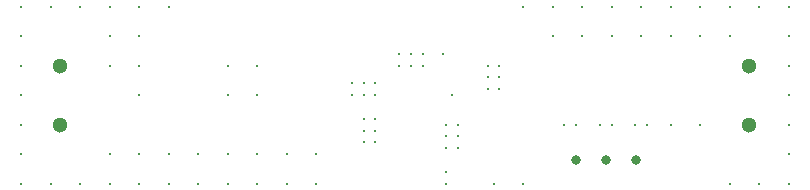
<source format=gbr>
%TF.GenerationSoftware,KiCad,Pcbnew,9.0.6*%
%TF.CreationDate,2026-01-20T00:14:25+05:30*%
%TF.ProjectId,buck_conv_lmr51430,6275636b-5f63-46f6-9e76-5f6c6d723531,rev?*%
%TF.SameCoordinates,Original*%
%TF.FileFunction,Plated,1,2,PTH,Drill*%
%TF.FilePolarity,Positive*%
%FSLAX46Y46*%
G04 Gerber Fmt 4.6, Leading zero omitted, Abs format (unit mm)*
G04 Created by KiCad (PCBNEW 9.0.6) date 2026-01-20 00:14:25*
%MOMM*%
%LPD*%
G01*
G04 APERTURE LIST*
%TA.AperFunction,ViaDrill*%
%ADD10C,0.300000*%
%TD*%
%TA.AperFunction,ComponentDrill*%
%ADD11C,0.800000*%
%TD*%
%TA.AperFunction,ComponentDrill*%
%ADD12C,1.300000*%
%TD*%
G04 APERTURE END LIST*
D10*
X122500000Y-82500000D03*
X122500000Y-85000000D03*
X122500000Y-87500000D03*
X122500000Y-90000000D03*
X122500000Y-92500000D03*
X122500000Y-95000000D03*
X122500000Y-97500000D03*
X125000000Y-82500000D03*
X125000000Y-97500000D03*
X127500000Y-82500000D03*
X127500000Y-97500000D03*
X130000000Y-82500000D03*
X130000000Y-85000000D03*
X130000000Y-87500000D03*
X130000000Y-95000000D03*
X130000000Y-97500000D03*
X132500000Y-82500000D03*
X132500000Y-85000000D03*
X132500000Y-87500000D03*
X132500000Y-90000000D03*
X132500000Y-95000000D03*
X132500000Y-97500000D03*
X135000000Y-82500000D03*
X135000000Y-95000000D03*
X135000000Y-97500000D03*
X137500000Y-95000000D03*
X137500000Y-97500000D03*
X140000000Y-87500000D03*
X140000000Y-90000000D03*
X140000000Y-95000000D03*
X140000000Y-97500000D03*
X142500000Y-87500000D03*
X142500000Y-90000000D03*
X142500000Y-95000000D03*
X142500000Y-97500000D03*
X145000000Y-95000000D03*
X145000000Y-97500000D03*
X147500000Y-95000000D03*
X147500000Y-97500000D03*
X150500000Y-89000000D03*
X150500000Y-90000000D03*
X151500000Y-89000000D03*
X151500000Y-90000000D03*
X151500000Y-92000000D03*
X151500000Y-93000000D03*
X151500000Y-94000000D03*
X152500000Y-89000000D03*
X152500000Y-90000000D03*
X152500000Y-92000000D03*
X152500000Y-93000000D03*
X152500000Y-94000000D03*
X154500000Y-86500000D03*
X154500000Y-87500000D03*
X155500000Y-86500000D03*
X155500000Y-87500000D03*
X156500000Y-86500000D03*
X156500000Y-87500000D03*
X158250000Y-86500000D03*
X158500000Y-92500000D03*
X158500000Y-93500000D03*
X158500000Y-94500000D03*
X158500000Y-96500000D03*
X158500000Y-97500000D03*
X159000000Y-90000000D03*
X159500000Y-92500000D03*
X159500000Y-93500000D03*
X159500000Y-94500000D03*
X162000000Y-87500000D03*
X162000000Y-88500000D03*
X162000000Y-89500000D03*
X162500000Y-97500000D03*
X163000000Y-87500000D03*
X163000000Y-88500000D03*
X163000000Y-89500000D03*
X165000000Y-82500000D03*
X165000000Y-97500000D03*
X167500000Y-82500000D03*
X167500000Y-85000000D03*
X168500000Y-92500000D03*
X169500000Y-92500000D03*
X170000000Y-82500000D03*
X170000000Y-85000000D03*
X171500000Y-92500000D03*
X172500000Y-82500000D03*
X172500000Y-85000000D03*
X172500000Y-92500000D03*
X174500000Y-92500000D03*
X175000000Y-82500000D03*
X175000000Y-85000000D03*
X175500000Y-92500000D03*
X177500000Y-82500000D03*
X177500000Y-85000000D03*
X177500000Y-92500000D03*
X180000000Y-82500000D03*
X180000000Y-85000000D03*
X180000000Y-92500000D03*
X182500000Y-82500000D03*
X182500000Y-85000000D03*
X182500000Y-97500000D03*
X185000000Y-82500000D03*
X185000000Y-97500000D03*
X187500000Y-82500000D03*
X187500000Y-85000000D03*
X187500000Y-87500000D03*
X187500000Y-90000000D03*
X187500000Y-92500000D03*
X187500000Y-95000000D03*
X187500000Y-97500000D03*
D11*
%TO.C,RV1*%
X169460000Y-95500000D03*
X172000000Y-95500000D03*
X174540000Y-95500000D03*
D12*
%TO.C,J1*%
X125827500Y-87500000D03*
X125827500Y-92500000D03*
%TO.C,J2*%
X184172500Y-87500000D03*
X184172500Y-92500000D03*
M02*

</source>
